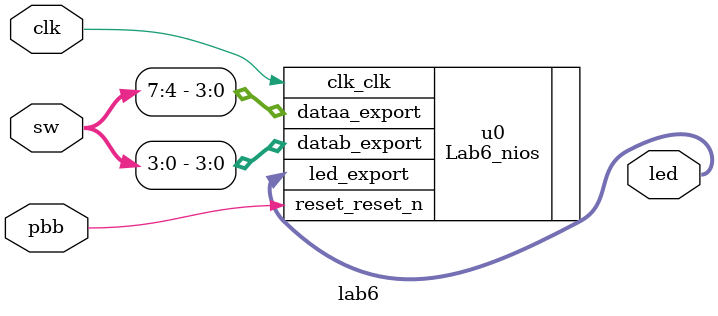
<source format=sv>
module lab6 (
  input  bit       clk,
  input  bit       pbb,
  input  bit [7:0] sw,
  output bit [7:0] led
);

  Lab6_nios u0 (
    .clk_clk      (clk),      //   clk.clk
    .led_export   (led),      //   led.export
    .reset_reset_n(pbb),      // reset.reset_n
    .dataa_export (sw[7:4]),  // dataa.export
    .datab_export (sw[3:0])   // datab.export
  );

endmodule

</source>
